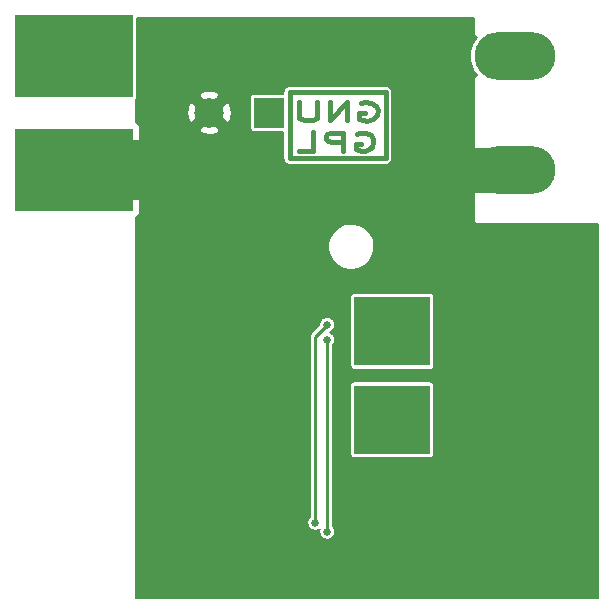
<source format=gbl>
G04 #@! TF.FileFunction,Copper,L2,Bot,Signal*
%FSLAX46Y46*%
G04 Gerber Fmt 4.6, Leading zero omitted, Abs format (unit mm)*
G04 Created by KiCad (PCBNEW 4.0.7-e2-6376~58~ubuntu16.04.1) date Mon Nov  6 15:13:20 2017*
%MOMM*%
%LPD*%
G01*
G04 APERTURE LIST*
%ADD10C,0.100000*%
%ADD11C,0.381000*%
%ADD12R,6.400000X5.800000*%
%ADD13R,3.050000X2.750000*%
%ADD14R,10.000000X7.000000*%
%ADD15O,6.850000X4.050000*%
%ADD16R,2.500000X2.500000*%
%ADD17C,2.500000*%
%ADD18C,0.635000*%
%ADD19C,0.254000*%
%ADD20C,3.810000*%
%ADD21C,5.080000*%
%ADD22C,0.203200*%
G04 APERTURE END LIST*
D10*
D11*
X148394420Y-91104720D02*
X148394420Y-92704920D01*
X148394420Y-92704920D02*
X147195540Y-92704920D01*
X150893780Y-92704920D02*
X150893780Y-91203780D01*
X150893780Y-91203780D02*
X149994620Y-91203780D01*
X149994620Y-91203780D02*
X149793960Y-91203780D01*
X149793960Y-91203780D02*
X149595840Y-91305380D01*
X149595840Y-91305380D02*
X149494240Y-91506040D01*
X149494240Y-91506040D02*
X149494240Y-91704160D01*
X149494240Y-91704160D02*
X149694900Y-91904820D01*
X149694900Y-91904820D02*
X149994620Y-92003880D01*
X149994620Y-92003880D02*
X150893780Y-92003880D01*
X152095200Y-91305380D02*
X152295860Y-91203780D01*
X152295860Y-91203780D02*
X152796240Y-91203780D01*
X152796240Y-91203780D02*
X153095960Y-91305380D01*
X153095960Y-91305380D02*
X153294080Y-91404440D01*
X153294080Y-91404440D02*
X153494740Y-91704160D01*
X153494740Y-91704160D02*
X153494740Y-92003880D01*
X153494740Y-92003880D02*
X153395680Y-92405200D01*
X153395680Y-92405200D02*
X153095960Y-92605860D01*
X153095960Y-92605860D02*
X152796240Y-92704920D01*
X152796240Y-92704920D02*
X152493980Y-92704920D01*
X152493980Y-92704920D02*
X151996140Y-92605860D01*
X151996140Y-92605860D02*
X151996140Y-92105480D01*
X151996140Y-92105480D02*
X152493980Y-92105480D01*
X148694140Y-88605360D02*
X148694140Y-89905840D01*
X148694140Y-89905840D02*
X148394420Y-90103960D01*
X148394420Y-90103960D02*
X148094700Y-90103960D01*
X148094700Y-90103960D02*
X147695920Y-90103960D01*
X147695920Y-90103960D02*
X147396200Y-90004900D01*
X147396200Y-90004900D02*
X147195540Y-89905840D01*
X147195540Y-89905840D02*
X147195540Y-88605360D01*
X151295100Y-90103960D02*
X151295100Y-88605360D01*
X151295100Y-88605360D02*
X149793960Y-90103960D01*
X149793960Y-90103960D02*
X149793960Y-88605360D01*
X152493980Y-88704420D02*
X152796240Y-88605360D01*
X152796240Y-88605360D02*
X153294080Y-88704420D01*
X153294080Y-88704420D02*
X153695400Y-88905080D01*
X153695400Y-88905080D02*
X153896060Y-89303860D01*
X153896060Y-89303860D02*
X153794460Y-89705180D01*
X153794460Y-89705180D02*
X153494740Y-90004900D01*
X153494740Y-90004900D02*
X152994360Y-90205560D01*
X152994360Y-90205560D02*
X152295860Y-90004900D01*
X152295860Y-90004900D02*
X152295860Y-89504520D01*
X152295860Y-89504520D02*
X152796240Y-89504520D01*
X154559000Y-87757000D02*
X146431000Y-87757000D01*
X146431000Y-87757000D02*
X146431000Y-93345000D01*
X146431000Y-93345000D02*
X154559000Y-93345000D01*
X154559000Y-93345000D02*
X154559000Y-87757000D01*
D12*
X155100000Y-115500000D03*
D13*
X156775000Y-117025000D03*
X153425000Y-113975000D03*
X156775000Y-113975000D03*
X153425000Y-117025000D03*
D12*
X155100000Y-108000000D03*
D13*
X156775000Y-109525000D03*
X153425000Y-106475000D03*
X156775000Y-106475000D03*
X153425000Y-109525000D03*
D14*
X128130800Y-84683600D03*
X128130800Y-94335600D03*
D15*
X165473000Y-84709000D03*
X165473000Y-94352000D03*
D16*
X144627600Y-89509600D03*
D17*
X139627600Y-89509600D03*
D18*
X140970000Y-114300000D03*
X140970000Y-115316000D03*
X140970000Y-116332000D03*
X140970000Y-117348000D03*
X141986000Y-117348000D03*
X141986000Y-116332000D03*
X141986000Y-115316000D03*
X141986000Y-114300000D03*
X143002000Y-114300000D03*
X143002000Y-115316000D03*
X143002000Y-116332000D03*
X143002000Y-117348000D03*
X144018000Y-117348000D03*
X144018000Y-116332000D03*
X144018000Y-115316000D03*
X144018000Y-114300000D03*
X144018000Y-113284000D03*
X143002000Y-113284000D03*
X141986000Y-113284000D03*
X140970000Y-113284000D03*
X149606000Y-107442000D03*
X148590000Y-124206000D03*
X149606000Y-108712000D03*
X149606000Y-124968000D03*
D19*
X140970000Y-115316000D02*
X140970000Y-114300000D01*
X140970000Y-117348000D02*
X140970000Y-116332000D01*
X141986000Y-116332000D02*
X141986000Y-117348000D01*
X141986000Y-114300000D02*
X141986000Y-115316000D01*
X143002000Y-114300000D02*
X141986000Y-114300000D01*
X143002000Y-116332000D02*
X143002000Y-115316000D01*
X144018000Y-117348000D02*
X143002000Y-117348000D01*
X144018000Y-116332000D02*
X144018000Y-117348000D01*
X144018000Y-114300000D02*
X144018000Y-115316000D01*
X143002000Y-113284000D02*
X144018000Y-113284000D01*
X140970000Y-113284000D02*
X141986000Y-113284000D01*
D20*
X165973000Y-94361000D02*
X161417000Y-94361000D01*
D21*
X132130800Y-94335600D02*
X133705600Y-94335600D01*
D19*
X148590000Y-108458000D02*
X149606000Y-107442000D01*
X148590000Y-124206000D02*
X148590000Y-108458000D01*
X149606000Y-124968000D02*
X149606000Y-108712000D01*
D22*
G36*
X162002400Y-82681000D02*
X162006348Y-82721268D01*
X162010027Y-82761686D01*
X162010454Y-82763136D01*
X162010601Y-82764637D01*
X162022320Y-82803454D01*
X162033755Y-82842306D01*
X162034453Y-82843641D01*
X162034890Y-82845089D01*
X162053919Y-82880878D01*
X162072689Y-82916781D01*
X162073637Y-82917960D01*
X162074344Y-82919290D01*
X162099911Y-82950638D01*
X162125348Y-82982275D01*
X162126506Y-82983247D01*
X162127459Y-82984415D01*
X162158643Y-83010213D01*
X162189725Y-83036294D01*
X162191049Y-83037022D01*
X162192212Y-83037984D01*
X162227828Y-83057241D01*
X162263369Y-83076780D01*
X162264810Y-83077237D01*
X162266136Y-83077954D01*
X162304821Y-83089929D01*
X162316239Y-83093551D01*
X162081100Y-83377785D01*
X161860120Y-83786480D01*
X161722730Y-84230314D01*
X161674165Y-84692380D01*
X161716274Y-85155080D01*
X161847453Y-85600788D01*
X162062706Y-86012529D01*
X162310247Y-86320408D01*
X162271694Y-86331755D01*
X162270359Y-86332453D01*
X162268911Y-86332890D01*
X162233122Y-86351919D01*
X162197219Y-86370689D01*
X162196040Y-86371637D01*
X162194710Y-86372344D01*
X162163362Y-86397911D01*
X162131725Y-86423348D01*
X162130753Y-86424506D01*
X162129585Y-86425459D01*
X162103787Y-86456643D01*
X162077706Y-86487725D01*
X162076978Y-86489049D01*
X162076016Y-86490212D01*
X162056759Y-86525828D01*
X162037220Y-86561369D01*
X162036763Y-86562810D01*
X162036046Y-86564136D01*
X162024071Y-86602821D01*
X162011810Y-86641473D01*
X162011642Y-86642973D01*
X162011195Y-86644416D01*
X162006954Y-86684767D01*
X162002442Y-86724988D01*
X162002422Y-86727882D01*
X162002410Y-86727994D01*
X162002420Y-86728106D01*
X162002400Y-86731000D01*
X162002400Y-92303000D01*
X162002506Y-92304081D01*
X162002410Y-92304994D01*
X162010027Y-92388686D01*
X162033755Y-92469306D01*
X162072689Y-92543781D01*
X162109781Y-92589914D01*
X162102294Y-92596819D01*
X161797742Y-93015010D01*
X161580627Y-93484581D01*
X161499035Y-93790024D01*
X161595483Y-94199600D01*
X162331400Y-94199600D01*
X162331400Y-94504400D01*
X161595483Y-94504400D01*
X161499035Y-94913976D01*
X161580627Y-95219419D01*
X161797742Y-95688990D01*
X162097710Y-96100886D01*
X162077706Y-96124725D01*
X162076978Y-96126049D01*
X162076016Y-96127212D01*
X162056759Y-96162828D01*
X162037220Y-96198369D01*
X162036763Y-96199810D01*
X162036046Y-96201136D01*
X162024071Y-96239821D01*
X162011810Y-96278473D01*
X162011642Y-96279973D01*
X162011195Y-96281416D01*
X162006954Y-96321767D01*
X162002442Y-96361988D01*
X162002422Y-96364882D01*
X162002410Y-96364994D01*
X162002420Y-96365106D01*
X162002400Y-96368000D01*
X162002400Y-98526000D01*
X162006348Y-98566268D01*
X162010027Y-98606686D01*
X162010454Y-98608136D01*
X162010601Y-98609637D01*
X162022320Y-98648454D01*
X162033755Y-98687306D01*
X162034453Y-98688641D01*
X162034890Y-98690089D01*
X162053919Y-98725878D01*
X162072689Y-98761781D01*
X162073637Y-98762960D01*
X162074344Y-98764290D01*
X162099911Y-98795638D01*
X162125348Y-98827275D01*
X162126506Y-98828247D01*
X162127459Y-98829415D01*
X162158643Y-98855213D01*
X162189725Y-98881294D01*
X162191049Y-98882022D01*
X162192212Y-98882984D01*
X162227828Y-98902241D01*
X162263369Y-98921780D01*
X162264810Y-98922237D01*
X162266136Y-98922954D01*
X162304821Y-98934929D01*
X162343473Y-98947190D01*
X162344973Y-98947358D01*
X162346416Y-98947805D01*
X162386767Y-98952046D01*
X162426988Y-98956558D01*
X162429882Y-98956578D01*
X162429994Y-98956590D01*
X162430106Y-98956580D01*
X162433000Y-98956600D01*
X172505400Y-98956600D01*
X172505400Y-130595400D01*
X133366600Y-130595400D01*
X133366600Y-124262596D01*
X147916015Y-124262596D01*
X147939844Y-124392429D01*
X147988437Y-124515161D01*
X148059943Y-124626118D01*
X148151640Y-124721072D01*
X148260033Y-124796407D01*
X148380994Y-124849254D01*
X148509917Y-124877599D01*
X148641889Y-124880364D01*
X148771886Y-124857442D01*
X148894954Y-124809707D01*
X148960293Y-124768242D01*
X148933858Y-124892607D01*
X148932015Y-125024596D01*
X148955844Y-125154429D01*
X149004437Y-125277161D01*
X149075943Y-125388118D01*
X149167640Y-125483072D01*
X149276033Y-125558407D01*
X149396994Y-125611254D01*
X149525917Y-125639599D01*
X149657889Y-125642364D01*
X149787886Y-125619442D01*
X149910954Y-125571707D01*
X150022407Y-125500977D01*
X150117999Y-125409946D01*
X150194089Y-125302081D01*
X150247779Y-125181491D01*
X150277024Y-125052770D01*
X150279129Y-124901999D01*
X150253490Y-124772511D01*
X150203188Y-124650470D01*
X150130139Y-124540523D01*
X150088600Y-124498693D01*
X150088600Y-112600000D01*
X151542680Y-112600000D01*
X151542680Y-118400000D01*
X151547196Y-118456628D01*
X151576940Y-118552675D01*
X151632264Y-118636633D01*
X151708788Y-118701854D01*
X151800453Y-118743173D01*
X151900000Y-118757320D01*
X158300000Y-118757320D01*
X158356628Y-118752804D01*
X158452675Y-118723060D01*
X158536633Y-118667736D01*
X158601854Y-118591212D01*
X158643173Y-118499547D01*
X158657320Y-118400000D01*
X158657320Y-112600000D01*
X158652804Y-112543372D01*
X158623060Y-112447325D01*
X158567736Y-112363367D01*
X158491212Y-112298146D01*
X158399547Y-112256827D01*
X158300000Y-112242680D01*
X151900000Y-112242680D01*
X151843372Y-112247196D01*
X151747325Y-112276940D01*
X151663367Y-112332264D01*
X151598146Y-112408788D01*
X151556827Y-112500453D01*
X151542680Y-112600000D01*
X150088600Y-112600000D01*
X150088600Y-109181942D01*
X150117999Y-109153946D01*
X150194089Y-109046081D01*
X150247779Y-108925491D01*
X150277024Y-108796770D01*
X150279129Y-108645999D01*
X150253490Y-108516511D01*
X150203188Y-108394470D01*
X150130139Y-108284523D01*
X150037126Y-108190858D01*
X149927692Y-108117044D01*
X149831397Y-108076565D01*
X149910954Y-108045707D01*
X150022407Y-107974977D01*
X150117999Y-107883946D01*
X150194089Y-107776081D01*
X150247779Y-107655491D01*
X150277024Y-107526770D01*
X150279129Y-107375999D01*
X150253490Y-107246511D01*
X150203188Y-107124470D01*
X150130139Y-107014523D01*
X150037126Y-106920858D01*
X149927692Y-106847044D01*
X149806004Y-106795891D01*
X149676699Y-106769348D01*
X149544700Y-106768427D01*
X149415036Y-106793161D01*
X149292646Y-106842610D01*
X149182192Y-106914889D01*
X149087880Y-107007246D01*
X149013304Y-107116163D01*
X148961303Y-107237490D01*
X148933858Y-107366607D01*
X148932937Y-107432563D01*
X148248750Y-108116750D01*
X148220455Y-108151197D01*
X148191800Y-108185347D01*
X148190578Y-108187570D01*
X148188967Y-108189531D01*
X148167885Y-108228848D01*
X148146425Y-108267884D01*
X148145659Y-108270300D01*
X148144458Y-108272539D01*
X148131415Y-108315202D01*
X148117946Y-108357662D01*
X148117663Y-108360183D01*
X148116921Y-108362611D01*
X148112416Y-108406966D01*
X148107447Y-108451262D01*
X148107412Y-108456222D01*
X148107403Y-108456315D01*
X148107411Y-108456401D01*
X148107400Y-108458000D01*
X148107400Y-123736462D01*
X148071880Y-123771246D01*
X147997304Y-123880163D01*
X147945303Y-124001490D01*
X147917858Y-124130607D01*
X147916015Y-124262596D01*
X133366600Y-124262596D01*
X133366600Y-105100000D01*
X151542680Y-105100000D01*
X151542680Y-110900000D01*
X151547196Y-110956628D01*
X151576940Y-111052675D01*
X151632264Y-111136633D01*
X151708788Y-111201854D01*
X151800453Y-111243173D01*
X151900000Y-111257320D01*
X158300000Y-111257320D01*
X158356628Y-111252804D01*
X158452675Y-111223060D01*
X158536633Y-111167736D01*
X158601854Y-111091212D01*
X158643173Y-110999547D01*
X158657320Y-110900000D01*
X158657320Y-105100000D01*
X158652804Y-105043372D01*
X158623060Y-104947325D01*
X158567736Y-104863367D01*
X158491212Y-104798146D01*
X158399547Y-104756827D01*
X158300000Y-104742680D01*
X151900000Y-104742680D01*
X151843372Y-104747196D01*
X151747325Y-104776940D01*
X151663367Y-104832264D01*
X151598146Y-104908788D01*
X151556827Y-105000453D01*
X151542680Y-105100000D01*
X133366600Y-105100000D01*
X133366600Y-101002432D01*
X149679830Y-101002432D01*
X149749061Y-101379644D01*
X149890242Y-101736226D01*
X150097994Y-102058594D01*
X150364404Y-102334470D01*
X150679326Y-102553346D01*
X151030762Y-102706885D01*
X151405329Y-102789239D01*
X151788758Y-102797270D01*
X152166444Y-102730674D01*
X152524002Y-102591986D01*
X152847813Y-102386490D01*
X153125542Y-102122012D01*
X153346611Y-101808626D01*
X153502600Y-101458270D01*
X153587567Y-101084288D01*
X153593684Y-100646244D01*
X153519192Y-100270035D01*
X153373047Y-99915459D01*
X153160814Y-99596023D01*
X152890578Y-99323894D01*
X152572631Y-99109436D01*
X152219085Y-98960819D01*
X151843405Y-98883703D01*
X151459901Y-98881025D01*
X151083182Y-98952889D01*
X150727595Y-99096555D01*
X150406685Y-99306553D01*
X150132675Y-99574882D01*
X149916003Y-99891324D01*
X149764921Y-100243824D01*
X149685184Y-100618957D01*
X149679830Y-101002432D01*
X133366600Y-101002432D01*
X133366600Y-98397754D01*
X133419554Y-98375820D01*
X133519398Y-98309107D01*
X133604307Y-98224197D01*
X133671021Y-98124354D01*
X133716973Y-98013413D01*
X133740400Y-97895640D01*
X133740400Y-94640400D01*
X133588000Y-94488000D01*
X129353798Y-94488000D01*
X129364777Y-94367366D01*
X129364504Y-94328339D01*
X129364777Y-94289312D01*
X129364190Y-94283329D01*
X129353666Y-94183200D01*
X133588000Y-94183200D01*
X133740400Y-94030800D01*
X133740400Y-90975988D01*
X138735948Y-90975988D01*
X138884342Y-91224017D01*
X139233090Y-91336078D01*
X139596999Y-91377948D01*
X139962083Y-91348018D01*
X140314314Y-91247439D01*
X140370858Y-91224017D01*
X140519252Y-90975988D01*
X139627600Y-90084336D01*
X138735948Y-90975988D01*
X133740400Y-90975988D01*
X133740400Y-90775560D01*
X133716973Y-90657787D01*
X133671021Y-90546846D01*
X133604307Y-90447003D01*
X133519398Y-90362093D01*
X133419554Y-90295380D01*
X133366600Y-90273446D01*
X133366600Y-89478999D01*
X137759252Y-89478999D01*
X137789182Y-89844083D01*
X137889761Y-90196314D01*
X137913183Y-90252858D01*
X138161212Y-90401252D01*
X139052864Y-89509600D01*
X140202336Y-89509600D01*
X141093988Y-90401252D01*
X141342017Y-90252858D01*
X141454078Y-89904110D01*
X141495948Y-89540201D01*
X141466018Y-89175117D01*
X141365439Y-88822886D01*
X141342017Y-88766342D01*
X141093988Y-88617948D01*
X140202336Y-89509600D01*
X139052864Y-89509600D01*
X138161212Y-88617948D01*
X137913183Y-88766342D01*
X137801122Y-89115090D01*
X137759252Y-89478999D01*
X133366600Y-89478999D01*
X133366600Y-88451885D01*
X133367433Y-88451336D01*
X133432654Y-88374812D01*
X133473973Y-88283147D01*
X133488120Y-88183600D01*
X133488120Y-88043212D01*
X138735948Y-88043212D01*
X139627600Y-88934864D01*
X140302864Y-88259600D01*
X143020280Y-88259600D01*
X143020280Y-90759600D01*
X143024796Y-90816228D01*
X143054540Y-90912275D01*
X143109864Y-90996233D01*
X143186388Y-91061454D01*
X143278053Y-91102773D01*
X143377600Y-91116920D01*
X145877600Y-91116920D01*
X145884900Y-91116338D01*
X145884900Y-93345000D01*
X145889915Y-93396152D01*
X145894573Y-93447329D01*
X145895113Y-93449164D01*
X145895300Y-93451071D01*
X145910171Y-93500328D01*
X145924665Y-93549573D01*
X145925551Y-93551267D01*
X145926105Y-93553103D01*
X145950245Y-93598503D01*
X145974043Y-93644024D01*
X145975243Y-93645517D01*
X145976142Y-93647207D01*
X146008625Y-93687036D01*
X146040826Y-93727086D01*
X146042292Y-93728316D01*
X146043503Y-93729801D01*
X146083132Y-93762585D01*
X146122472Y-93795594D01*
X146124149Y-93796516D01*
X146125625Y-93797737D01*
X146170787Y-93822156D01*
X146215868Y-93846940D01*
X146217697Y-93847520D01*
X146219378Y-93848429D01*
X146268439Y-93863616D01*
X146317459Y-93879166D01*
X146319360Y-93879379D01*
X146321191Y-93879946D01*
X146372325Y-93885321D01*
X146423375Y-93891047D01*
X146427050Y-93891073D01*
X146427188Y-93891087D01*
X146427326Y-93891074D01*
X146431000Y-93891100D01*
X154559000Y-93891100D01*
X154610152Y-93886085D01*
X154661329Y-93881427D01*
X154663164Y-93880887D01*
X154665071Y-93880700D01*
X154714328Y-93865829D01*
X154763573Y-93851335D01*
X154765267Y-93850449D01*
X154767103Y-93849895D01*
X154812503Y-93825755D01*
X154858024Y-93801957D01*
X154859517Y-93800757D01*
X154861207Y-93799858D01*
X154901036Y-93767375D01*
X154941086Y-93735174D01*
X154942316Y-93733708D01*
X154943801Y-93732497D01*
X154976585Y-93692868D01*
X155009594Y-93653528D01*
X155010516Y-93651851D01*
X155011737Y-93650375D01*
X155036156Y-93605213D01*
X155060940Y-93560132D01*
X155061520Y-93558303D01*
X155062429Y-93556622D01*
X155077616Y-93507561D01*
X155093166Y-93458541D01*
X155093379Y-93456640D01*
X155093946Y-93454809D01*
X155099321Y-93403675D01*
X155105047Y-93352625D01*
X155105073Y-93348950D01*
X155105087Y-93348812D01*
X155105074Y-93348674D01*
X155105100Y-93345000D01*
X155105100Y-87757000D01*
X155100085Y-87705848D01*
X155095427Y-87654671D01*
X155094887Y-87652836D01*
X155094700Y-87650929D01*
X155079829Y-87601672D01*
X155065335Y-87552427D01*
X155064449Y-87550733D01*
X155063895Y-87548897D01*
X155039755Y-87503497D01*
X155015957Y-87457976D01*
X155014757Y-87456483D01*
X155013858Y-87454793D01*
X154981375Y-87414964D01*
X154949174Y-87374914D01*
X154947708Y-87373684D01*
X154946497Y-87372199D01*
X154906868Y-87339415D01*
X154867528Y-87306406D01*
X154865851Y-87305484D01*
X154864375Y-87304263D01*
X154819213Y-87279844D01*
X154774132Y-87255060D01*
X154772303Y-87254480D01*
X154770622Y-87253571D01*
X154721561Y-87238384D01*
X154672541Y-87222834D01*
X154670640Y-87222621D01*
X154668809Y-87222054D01*
X154617675Y-87216679D01*
X154566625Y-87210953D01*
X154562950Y-87210927D01*
X154562812Y-87210913D01*
X154562674Y-87210926D01*
X154559000Y-87210900D01*
X146431000Y-87210900D01*
X146379848Y-87215915D01*
X146328671Y-87220573D01*
X146326836Y-87221113D01*
X146324929Y-87221300D01*
X146275672Y-87236171D01*
X146226427Y-87250665D01*
X146224733Y-87251551D01*
X146222897Y-87252105D01*
X146177497Y-87276245D01*
X146131976Y-87300043D01*
X146130483Y-87301243D01*
X146128793Y-87302142D01*
X146088964Y-87334625D01*
X146048914Y-87366826D01*
X146047684Y-87368292D01*
X146046199Y-87369503D01*
X146013415Y-87409132D01*
X145980406Y-87448472D01*
X145979484Y-87450149D01*
X145978263Y-87451625D01*
X145953844Y-87496787D01*
X145929060Y-87541868D01*
X145928480Y-87543697D01*
X145927571Y-87545378D01*
X145912384Y-87594439D01*
X145896834Y-87643459D01*
X145896621Y-87645360D01*
X145896054Y-87647191D01*
X145890679Y-87698325D01*
X145884953Y-87749375D01*
X145884927Y-87753050D01*
X145884913Y-87753188D01*
X145884926Y-87753326D01*
X145884900Y-87757000D01*
X145884900Y-87903317D01*
X145877600Y-87902280D01*
X143377600Y-87902280D01*
X143320972Y-87906796D01*
X143224925Y-87936540D01*
X143140967Y-87991864D01*
X143075746Y-88068388D01*
X143034427Y-88160053D01*
X143020280Y-88259600D01*
X140302864Y-88259600D01*
X140519252Y-88043212D01*
X140370858Y-87795183D01*
X140022110Y-87683122D01*
X139658201Y-87641252D01*
X139293117Y-87671182D01*
X138940886Y-87771761D01*
X138884342Y-87795183D01*
X138735948Y-88043212D01*
X133488120Y-88043212D01*
X133488120Y-81456600D01*
X162002400Y-81456600D01*
X162002400Y-82681000D01*
X162002400Y-82681000D01*
G37*
X162002400Y-82681000D02*
X162006348Y-82721268D01*
X162010027Y-82761686D01*
X162010454Y-82763136D01*
X162010601Y-82764637D01*
X162022320Y-82803454D01*
X162033755Y-82842306D01*
X162034453Y-82843641D01*
X162034890Y-82845089D01*
X162053919Y-82880878D01*
X162072689Y-82916781D01*
X162073637Y-82917960D01*
X162074344Y-82919290D01*
X162099911Y-82950638D01*
X162125348Y-82982275D01*
X162126506Y-82983247D01*
X162127459Y-82984415D01*
X162158643Y-83010213D01*
X162189725Y-83036294D01*
X162191049Y-83037022D01*
X162192212Y-83037984D01*
X162227828Y-83057241D01*
X162263369Y-83076780D01*
X162264810Y-83077237D01*
X162266136Y-83077954D01*
X162304821Y-83089929D01*
X162316239Y-83093551D01*
X162081100Y-83377785D01*
X161860120Y-83786480D01*
X161722730Y-84230314D01*
X161674165Y-84692380D01*
X161716274Y-85155080D01*
X161847453Y-85600788D01*
X162062706Y-86012529D01*
X162310247Y-86320408D01*
X162271694Y-86331755D01*
X162270359Y-86332453D01*
X162268911Y-86332890D01*
X162233122Y-86351919D01*
X162197219Y-86370689D01*
X162196040Y-86371637D01*
X162194710Y-86372344D01*
X162163362Y-86397911D01*
X162131725Y-86423348D01*
X162130753Y-86424506D01*
X162129585Y-86425459D01*
X162103787Y-86456643D01*
X162077706Y-86487725D01*
X162076978Y-86489049D01*
X162076016Y-86490212D01*
X162056759Y-86525828D01*
X162037220Y-86561369D01*
X162036763Y-86562810D01*
X162036046Y-86564136D01*
X162024071Y-86602821D01*
X162011810Y-86641473D01*
X162011642Y-86642973D01*
X162011195Y-86644416D01*
X162006954Y-86684767D01*
X162002442Y-86724988D01*
X162002422Y-86727882D01*
X162002410Y-86727994D01*
X162002420Y-86728106D01*
X162002400Y-86731000D01*
X162002400Y-92303000D01*
X162002506Y-92304081D01*
X162002410Y-92304994D01*
X162010027Y-92388686D01*
X162033755Y-92469306D01*
X162072689Y-92543781D01*
X162109781Y-92589914D01*
X162102294Y-92596819D01*
X161797742Y-93015010D01*
X161580627Y-93484581D01*
X161499035Y-93790024D01*
X161595483Y-94199600D01*
X162331400Y-94199600D01*
X162331400Y-94504400D01*
X161595483Y-94504400D01*
X161499035Y-94913976D01*
X161580627Y-95219419D01*
X161797742Y-95688990D01*
X162097710Y-96100886D01*
X162077706Y-96124725D01*
X162076978Y-96126049D01*
X162076016Y-96127212D01*
X162056759Y-96162828D01*
X162037220Y-96198369D01*
X162036763Y-96199810D01*
X162036046Y-96201136D01*
X162024071Y-96239821D01*
X162011810Y-96278473D01*
X162011642Y-96279973D01*
X162011195Y-96281416D01*
X162006954Y-96321767D01*
X162002442Y-96361988D01*
X162002422Y-96364882D01*
X162002410Y-96364994D01*
X162002420Y-96365106D01*
X162002400Y-96368000D01*
X162002400Y-98526000D01*
X162006348Y-98566268D01*
X162010027Y-98606686D01*
X162010454Y-98608136D01*
X162010601Y-98609637D01*
X162022320Y-98648454D01*
X162033755Y-98687306D01*
X162034453Y-98688641D01*
X162034890Y-98690089D01*
X162053919Y-98725878D01*
X162072689Y-98761781D01*
X162073637Y-98762960D01*
X162074344Y-98764290D01*
X162099911Y-98795638D01*
X162125348Y-98827275D01*
X162126506Y-98828247D01*
X162127459Y-98829415D01*
X162158643Y-98855213D01*
X162189725Y-98881294D01*
X162191049Y-98882022D01*
X162192212Y-98882984D01*
X162227828Y-98902241D01*
X162263369Y-98921780D01*
X162264810Y-98922237D01*
X162266136Y-98922954D01*
X162304821Y-98934929D01*
X162343473Y-98947190D01*
X162344973Y-98947358D01*
X162346416Y-98947805D01*
X162386767Y-98952046D01*
X162426988Y-98956558D01*
X162429882Y-98956578D01*
X162429994Y-98956590D01*
X162430106Y-98956580D01*
X162433000Y-98956600D01*
X172505400Y-98956600D01*
X172505400Y-130595400D01*
X133366600Y-130595400D01*
X133366600Y-124262596D01*
X147916015Y-124262596D01*
X147939844Y-124392429D01*
X147988437Y-124515161D01*
X148059943Y-124626118D01*
X148151640Y-124721072D01*
X148260033Y-124796407D01*
X148380994Y-124849254D01*
X148509917Y-124877599D01*
X148641889Y-124880364D01*
X148771886Y-124857442D01*
X148894954Y-124809707D01*
X148960293Y-124768242D01*
X148933858Y-124892607D01*
X148932015Y-125024596D01*
X148955844Y-125154429D01*
X149004437Y-125277161D01*
X149075943Y-125388118D01*
X149167640Y-125483072D01*
X149276033Y-125558407D01*
X149396994Y-125611254D01*
X149525917Y-125639599D01*
X149657889Y-125642364D01*
X149787886Y-125619442D01*
X149910954Y-125571707D01*
X150022407Y-125500977D01*
X150117999Y-125409946D01*
X150194089Y-125302081D01*
X150247779Y-125181491D01*
X150277024Y-125052770D01*
X150279129Y-124901999D01*
X150253490Y-124772511D01*
X150203188Y-124650470D01*
X150130139Y-124540523D01*
X150088600Y-124498693D01*
X150088600Y-112600000D01*
X151542680Y-112600000D01*
X151542680Y-118400000D01*
X151547196Y-118456628D01*
X151576940Y-118552675D01*
X151632264Y-118636633D01*
X151708788Y-118701854D01*
X151800453Y-118743173D01*
X151900000Y-118757320D01*
X158300000Y-118757320D01*
X158356628Y-118752804D01*
X158452675Y-118723060D01*
X158536633Y-118667736D01*
X158601854Y-118591212D01*
X158643173Y-118499547D01*
X158657320Y-118400000D01*
X158657320Y-112600000D01*
X158652804Y-112543372D01*
X158623060Y-112447325D01*
X158567736Y-112363367D01*
X158491212Y-112298146D01*
X158399547Y-112256827D01*
X158300000Y-112242680D01*
X151900000Y-112242680D01*
X151843372Y-112247196D01*
X151747325Y-112276940D01*
X151663367Y-112332264D01*
X151598146Y-112408788D01*
X151556827Y-112500453D01*
X151542680Y-112600000D01*
X150088600Y-112600000D01*
X150088600Y-109181942D01*
X150117999Y-109153946D01*
X150194089Y-109046081D01*
X150247779Y-108925491D01*
X150277024Y-108796770D01*
X150279129Y-108645999D01*
X150253490Y-108516511D01*
X150203188Y-108394470D01*
X150130139Y-108284523D01*
X150037126Y-108190858D01*
X149927692Y-108117044D01*
X149831397Y-108076565D01*
X149910954Y-108045707D01*
X150022407Y-107974977D01*
X150117999Y-107883946D01*
X150194089Y-107776081D01*
X150247779Y-107655491D01*
X150277024Y-107526770D01*
X150279129Y-107375999D01*
X150253490Y-107246511D01*
X150203188Y-107124470D01*
X150130139Y-107014523D01*
X150037126Y-106920858D01*
X149927692Y-106847044D01*
X149806004Y-106795891D01*
X149676699Y-106769348D01*
X149544700Y-106768427D01*
X149415036Y-106793161D01*
X149292646Y-106842610D01*
X149182192Y-106914889D01*
X149087880Y-107007246D01*
X149013304Y-107116163D01*
X148961303Y-107237490D01*
X148933858Y-107366607D01*
X148932937Y-107432563D01*
X148248750Y-108116750D01*
X148220455Y-108151197D01*
X148191800Y-108185347D01*
X148190578Y-108187570D01*
X148188967Y-108189531D01*
X148167885Y-108228848D01*
X148146425Y-108267884D01*
X148145659Y-108270300D01*
X148144458Y-108272539D01*
X148131415Y-108315202D01*
X148117946Y-108357662D01*
X148117663Y-108360183D01*
X148116921Y-108362611D01*
X148112416Y-108406966D01*
X148107447Y-108451262D01*
X148107412Y-108456222D01*
X148107403Y-108456315D01*
X148107411Y-108456401D01*
X148107400Y-108458000D01*
X148107400Y-123736462D01*
X148071880Y-123771246D01*
X147997304Y-123880163D01*
X147945303Y-124001490D01*
X147917858Y-124130607D01*
X147916015Y-124262596D01*
X133366600Y-124262596D01*
X133366600Y-105100000D01*
X151542680Y-105100000D01*
X151542680Y-110900000D01*
X151547196Y-110956628D01*
X151576940Y-111052675D01*
X151632264Y-111136633D01*
X151708788Y-111201854D01*
X151800453Y-111243173D01*
X151900000Y-111257320D01*
X158300000Y-111257320D01*
X158356628Y-111252804D01*
X158452675Y-111223060D01*
X158536633Y-111167736D01*
X158601854Y-111091212D01*
X158643173Y-110999547D01*
X158657320Y-110900000D01*
X158657320Y-105100000D01*
X158652804Y-105043372D01*
X158623060Y-104947325D01*
X158567736Y-104863367D01*
X158491212Y-104798146D01*
X158399547Y-104756827D01*
X158300000Y-104742680D01*
X151900000Y-104742680D01*
X151843372Y-104747196D01*
X151747325Y-104776940D01*
X151663367Y-104832264D01*
X151598146Y-104908788D01*
X151556827Y-105000453D01*
X151542680Y-105100000D01*
X133366600Y-105100000D01*
X133366600Y-101002432D01*
X149679830Y-101002432D01*
X149749061Y-101379644D01*
X149890242Y-101736226D01*
X150097994Y-102058594D01*
X150364404Y-102334470D01*
X150679326Y-102553346D01*
X151030762Y-102706885D01*
X151405329Y-102789239D01*
X151788758Y-102797270D01*
X152166444Y-102730674D01*
X152524002Y-102591986D01*
X152847813Y-102386490D01*
X153125542Y-102122012D01*
X153346611Y-101808626D01*
X153502600Y-101458270D01*
X153587567Y-101084288D01*
X153593684Y-100646244D01*
X153519192Y-100270035D01*
X153373047Y-99915459D01*
X153160814Y-99596023D01*
X152890578Y-99323894D01*
X152572631Y-99109436D01*
X152219085Y-98960819D01*
X151843405Y-98883703D01*
X151459901Y-98881025D01*
X151083182Y-98952889D01*
X150727595Y-99096555D01*
X150406685Y-99306553D01*
X150132675Y-99574882D01*
X149916003Y-99891324D01*
X149764921Y-100243824D01*
X149685184Y-100618957D01*
X149679830Y-101002432D01*
X133366600Y-101002432D01*
X133366600Y-98397754D01*
X133419554Y-98375820D01*
X133519398Y-98309107D01*
X133604307Y-98224197D01*
X133671021Y-98124354D01*
X133716973Y-98013413D01*
X133740400Y-97895640D01*
X133740400Y-94640400D01*
X133588000Y-94488000D01*
X129353798Y-94488000D01*
X129364777Y-94367366D01*
X129364504Y-94328339D01*
X129364777Y-94289312D01*
X129364190Y-94283329D01*
X129353666Y-94183200D01*
X133588000Y-94183200D01*
X133740400Y-94030800D01*
X133740400Y-90975988D01*
X138735948Y-90975988D01*
X138884342Y-91224017D01*
X139233090Y-91336078D01*
X139596999Y-91377948D01*
X139962083Y-91348018D01*
X140314314Y-91247439D01*
X140370858Y-91224017D01*
X140519252Y-90975988D01*
X139627600Y-90084336D01*
X138735948Y-90975988D01*
X133740400Y-90975988D01*
X133740400Y-90775560D01*
X133716973Y-90657787D01*
X133671021Y-90546846D01*
X133604307Y-90447003D01*
X133519398Y-90362093D01*
X133419554Y-90295380D01*
X133366600Y-90273446D01*
X133366600Y-89478999D01*
X137759252Y-89478999D01*
X137789182Y-89844083D01*
X137889761Y-90196314D01*
X137913183Y-90252858D01*
X138161212Y-90401252D01*
X139052864Y-89509600D01*
X140202336Y-89509600D01*
X141093988Y-90401252D01*
X141342017Y-90252858D01*
X141454078Y-89904110D01*
X141495948Y-89540201D01*
X141466018Y-89175117D01*
X141365439Y-88822886D01*
X141342017Y-88766342D01*
X141093988Y-88617948D01*
X140202336Y-89509600D01*
X139052864Y-89509600D01*
X138161212Y-88617948D01*
X137913183Y-88766342D01*
X137801122Y-89115090D01*
X137759252Y-89478999D01*
X133366600Y-89478999D01*
X133366600Y-88451885D01*
X133367433Y-88451336D01*
X133432654Y-88374812D01*
X133473973Y-88283147D01*
X133488120Y-88183600D01*
X133488120Y-88043212D01*
X138735948Y-88043212D01*
X139627600Y-88934864D01*
X140302864Y-88259600D01*
X143020280Y-88259600D01*
X143020280Y-90759600D01*
X143024796Y-90816228D01*
X143054540Y-90912275D01*
X143109864Y-90996233D01*
X143186388Y-91061454D01*
X143278053Y-91102773D01*
X143377600Y-91116920D01*
X145877600Y-91116920D01*
X145884900Y-91116338D01*
X145884900Y-93345000D01*
X145889915Y-93396152D01*
X145894573Y-93447329D01*
X145895113Y-93449164D01*
X145895300Y-93451071D01*
X145910171Y-93500328D01*
X145924665Y-93549573D01*
X145925551Y-93551267D01*
X145926105Y-93553103D01*
X145950245Y-93598503D01*
X145974043Y-93644024D01*
X145975243Y-93645517D01*
X145976142Y-93647207D01*
X146008625Y-93687036D01*
X146040826Y-93727086D01*
X146042292Y-93728316D01*
X146043503Y-93729801D01*
X146083132Y-93762585D01*
X146122472Y-93795594D01*
X146124149Y-93796516D01*
X146125625Y-93797737D01*
X146170787Y-93822156D01*
X146215868Y-93846940D01*
X146217697Y-93847520D01*
X146219378Y-93848429D01*
X146268439Y-93863616D01*
X146317459Y-93879166D01*
X146319360Y-93879379D01*
X146321191Y-93879946D01*
X146372325Y-93885321D01*
X146423375Y-93891047D01*
X146427050Y-93891073D01*
X146427188Y-93891087D01*
X146427326Y-93891074D01*
X146431000Y-93891100D01*
X154559000Y-93891100D01*
X154610152Y-93886085D01*
X154661329Y-93881427D01*
X154663164Y-93880887D01*
X154665071Y-93880700D01*
X154714328Y-93865829D01*
X154763573Y-93851335D01*
X154765267Y-93850449D01*
X154767103Y-93849895D01*
X154812503Y-93825755D01*
X154858024Y-93801957D01*
X154859517Y-93800757D01*
X154861207Y-93799858D01*
X154901036Y-93767375D01*
X154941086Y-93735174D01*
X154942316Y-93733708D01*
X154943801Y-93732497D01*
X154976585Y-93692868D01*
X155009594Y-93653528D01*
X155010516Y-93651851D01*
X155011737Y-93650375D01*
X155036156Y-93605213D01*
X155060940Y-93560132D01*
X155061520Y-93558303D01*
X155062429Y-93556622D01*
X155077616Y-93507561D01*
X155093166Y-93458541D01*
X155093379Y-93456640D01*
X155093946Y-93454809D01*
X155099321Y-93403675D01*
X155105047Y-93352625D01*
X155105073Y-93348950D01*
X155105087Y-93348812D01*
X155105074Y-93348674D01*
X155105100Y-93345000D01*
X155105100Y-87757000D01*
X155100085Y-87705848D01*
X155095427Y-87654671D01*
X155094887Y-87652836D01*
X155094700Y-87650929D01*
X155079829Y-87601672D01*
X155065335Y-87552427D01*
X155064449Y-87550733D01*
X155063895Y-87548897D01*
X155039755Y-87503497D01*
X155015957Y-87457976D01*
X155014757Y-87456483D01*
X155013858Y-87454793D01*
X154981375Y-87414964D01*
X154949174Y-87374914D01*
X154947708Y-87373684D01*
X154946497Y-87372199D01*
X154906868Y-87339415D01*
X154867528Y-87306406D01*
X154865851Y-87305484D01*
X154864375Y-87304263D01*
X154819213Y-87279844D01*
X154774132Y-87255060D01*
X154772303Y-87254480D01*
X154770622Y-87253571D01*
X154721561Y-87238384D01*
X154672541Y-87222834D01*
X154670640Y-87222621D01*
X154668809Y-87222054D01*
X154617675Y-87216679D01*
X154566625Y-87210953D01*
X154562950Y-87210927D01*
X154562812Y-87210913D01*
X154562674Y-87210926D01*
X154559000Y-87210900D01*
X146431000Y-87210900D01*
X146379848Y-87215915D01*
X146328671Y-87220573D01*
X146326836Y-87221113D01*
X146324929Y-87221300D01*
X146275672Y-87236171D01*
X146226427Y-87250665D01*
X146224733Y-87251551D01*
X146222897Y-87252105D01*
X146177497Y-87276245D01*
X146131976Y-87300043D01*
X146130483Y-87301243D01*
X146128793Y-87302142D01*
X146088964Y-87334625D01*
X146048914Y-87366826D01*
X146047684Y-87368292D01*
X146046199Y-87369503D01*
X146013415Y-87409132D01*
X145980406Y-87448472D01*
X145979484Y-87450149D01*
X145978263Y-87451625D01*
X145953844Y-87496787D01*
X145929060Y-87541868D01*
X145928480Y-87543697D01*
X145927571Y-87545378D01*
X145912384Y-87594439D01*
X145896834Y-87643459D01*
X145896621Y-87645360D01*
X145896054Y-87647191D01*
X145890679Y-87698325D01*
X145884953Y-87749375D01*
X145884927Y-87753050D01*
X145884913Y-87753188D01*
X145884926Y-87753326D01*
X145884900Y-87757000D01*
X145884900Y-87903317D01*
X145877600Y-87902280D01*
X143377600Y-87902280D01*
X143320972Y-87906796D01*
X143224925Y-87936540D01*
X143140967Y-87991864D01*
X143075746Y-88068388D01*
X143034427Y-88160053D01*
X143020280Y-88259600D01*
X140302864Y-88259600D01*
X140519252Y-88043212D01*
X140370858Y-87795183D01*
X140022110Y-87683122D01*
X139658201Y-87641252D01*
X139293117Y-87671182D01*
X138940886Y-87771761D01*
X138884342Y-87795183D01*
X138735948Y-88043212D01*
X133488120Y-88043212D01*
X133488120Y-81456600D01*
X162002400Y-81456600D01*
X162002400Y-82681000D01*
M02*

</source>
